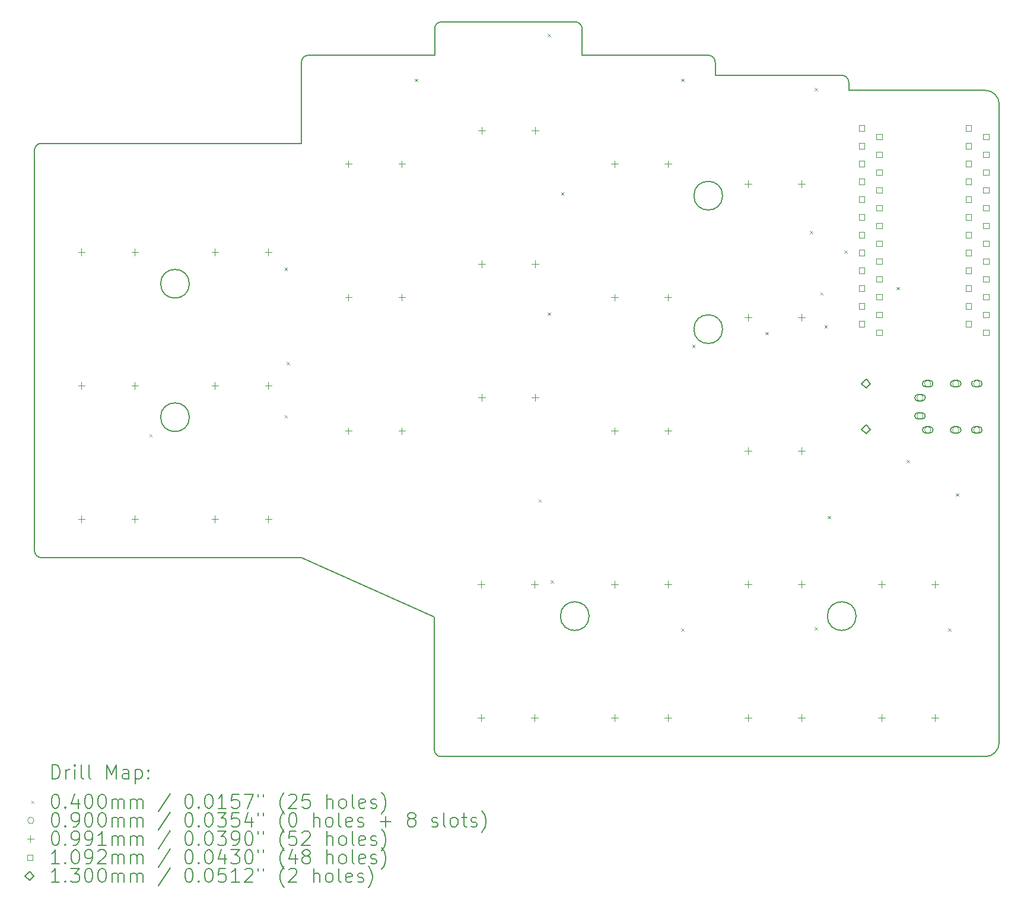
<source format=gbr>
%TF.GenerationSoftware,KiCad,Pcbnew,(6.0.8)*%
%TF.CreationDate,2022-10-22T23:06:45+01:00*%
%TF.ProjectId,board,626f6172-642e-46b6-9963-61645f706362,v1.0.0*%
%TF.SameCoordinates,Original*%
%TF.FileFunction,Drillmap*%
%TF.FilePolarity,Positive*%
%FSLAX45Y45*%
G04 Gerber Fmt 4.5, Leading zero omitted, Abs format (unit mm)*
G04 Created by KiCad (PCBNEW (6.0.8)) date 2022-10-22 23:06:45*
%MOMM*%
%LPD*%
G01*
G04 APERTURE LIST*
%ADD10C,0.150000*%
%ADD11C,0.200000*%
%ADD12C,0.040000*%
%ADD13C,0.090000*%
%ADD14C,0.099060*%
%ADD15C,0.109220*%
%ADD16C,0.130000*%
G04 APERTURE END LIST*
D10*
X952500Y-1052500D02*
X4662500Y-1052500D01*
X852500Y-952500D02*
X852500Y4762500D01*
X852500Y-952500D02*
G75*
G03*
X952500Y-1052500I100000J0D01*
G01*
X952500Y4862500D02*
X4662500Y4862500D01*
X952500Y4862500D02*
G75*
G03*
X852500Y4762500I0J-100000D01*
G01*
X6562500Y6119800D02*
X4762500Y6119800D01*
X4762500Y6119800D02*
G75*
G03*
X4662500Y6019800I0J-100000D01*
G01*
X4662500Y6019800D02*
X4662500Y4862500D01*
X8667500Y6119800D02*
X8667500Y6496050D01*
X8667500Y6496050D02*
G75*
G03*
X8567500Y6596050I-100000J0D01*
G01*
X8567500Y6596050D02*
X6662500Y6596050D01*
X6662500Y6596050D02*
G75*
G03*
X6562500Y6496050I0J-100000D01*
G01*
X6562500Y6496050D02*
X6562500Y6119800D01*
X10567500Y5834050D02*
X10567500Y6019800D01*
X10567500Y6019800D02*
G75*
G03*
X10467500Y6119800I-100000J0D01*
G01*
X10467500Y6119800D02*
X8667500Y6119800D01*
X12472500Y5619050D02*
X12472500Y5734050D01*
X12472500Y5734050D02*
G75*
G03*
X12372500Y5834050I-100000J0D01*
G01*
X12372500Y5834050D02*
X10567500Y5834050D01*
X6557500Y-3790950D02*
X6557500Y-1896838D01*
X6657500Y-3890950D02*
X14420000Y-3890950D01*
X6557500Y-3790950D02*
G75*
G03*
X6657500Y-3890950I100000J0D01*
G01*
X6557500Y-1896838D02*
X4662500Y-1052500D01*
X14420000Y-3890950D02*
G75*
G03*
X14620000Y-3690950I0J200000D01*
G01*
X14620000Y-3690950D02*
X14620000Y5419050D01*
X14620000Y5419050D02*
G75*
G03*
X14420000Y5619050I-200000J0D01*
G01*
X14420000Y5619050D02*
X12472500Y5619050D01*
X3062500Y2857500D02*
G75*
G03*
X3062500Y2857500I-205000J0D01*
G01*
X3062500Y952500D02*
G75*
G03*
X3062500Y952500I-205000J0D01*
G01*
X10672500Y4114800D02*
G75*
G03*
X10672500Y4114800I-205000J0D01*
G01*
X10672500Y2209800D02*
G75*
G03*
X10672500Y2209800I-205000J0D01*
G01*
X12577500Y-1885950D02*
G75*
G03*
X12577500Y-1885950I-205000J0D01*
G01*
X8767500Y-1885950D02*
G75*
G03*
X8767500Y-1885950I-205000J0D01*
G01*
D11*
D12*
X2490400Y713870D02*
X2530400Y673870D01*
X2530400Y713870D02*
X2490400Y673870D01*
X4421250Y3087270D02*
X4461250Y3047270D01*
X4461250Y3087270D02*
X4421250Y3047270D01*
X4421250Y983430D02*
X4461250Y943430D01*
X4461250Y983430D02*
X4421250Y943430D01*
X4453340Y1741750D02*
X4493340Y1701750D01*
X4493340Y1741750D02*
X4453340Y1701750D01*
X6279200Y5784050D02*
X6319200Y5744050D01*
X6319200Y5784050D02*
X6279200Y5744050D01*
X8045710Y-217970D02*
X8085710Y-257970D01*
X8085710Y-217970D02*
X8045710Y-257970D01*
X8179200Y6426000D02*
X8219200Y6386000D01*
X8219200Y6426000D02*
X8179200Y6386000D01*
X8179200Y2449350D02*
X8219200Y2409350D01*
X8219200Y2449350D02*
X8179200Y2409350D01*
X8216610Y-1373850D02*
X8256610Y-1413850D01*
X8256610Y-1373850D02*
X8216610Y-1413850D01*
X8367500Y4164380D02*
X8407500Y4124380D01*
X8407500Y4164380D02*
X8367500Y4124380D01*
X10079200Y5784050D02*
X10119200Y5744050D01*
X10119200Y5784050D02*
X10079200Y5744050D01*
X10079200Y-2060320D02*
X10119200Y-2100320D01*
X10119200Y-2060320D02*
X10079200Y-2100320D01*
X10237770Y1989070D02*
X10277770Y1949070D01*
X10277770Y1989070D02*
X10237770Y1949070D01*
X11283260Y2169060D02*
X11323260Y2129060D01*
X11323260Y2169060D02*
X11283260Y2129060D01*
X11920720Y3613980D02*
X11960720Y3573980D01*
X11960720Y3613980D02*
X11920720Y3573980D01*
X11984200Y5653230D02*
X12024200Y5613230D01*
X12024200Y5653230D02*
X11984200Y5613230D01*
X11984200Y-2043620D02*
X12024200Y-2083620D01*
X12024200Y-2043620D02*
X11984200Y-2083620D01*
X12067110Y2735580D02*
X12107110Y2695580D01*
X12107110Y2735580D02*
X12067110Y2695580D01*
X12126040Y2265820D02*
X12166040Y2225820D01*
X12166040Y2265820D02*
X12126040Y2225820D01*
X12174600Y-456520D02*
X12214600Y-496520D01*
X12214600Y-456520D02*
X12174600Y-496520D01*
X12411460Y3331820D02*
X12451460Y3291820D01*
X12451460Y3331820D02*
X12411460Y3291820D01*
X13156590Y2812550D02*
X13196590Y2772550D01*
X13196590Y2812550D02*
X13156590Y2772550D01*
X13298670Y346320D02*
X13338670Y306320D01*
X13338670Y346320D02*
X13298670Y306320D01*
X13889200Y-2060320D02*
X13929200Y-2100320D01*
X13929200Y-2060320D02*
X13889200Y-2100320D01*
X14002170Y-134950D02*
X14042170Y-174950D01*
X14042170Y-134950D02*
X14002170Y-174950D01*
D13*
X13535000Y1231550D02*
G75*
G03*
X13535000Y1231550I-45000J0D01*
G01*
D11*
X13520000Y1276550D02*
X13460000Y1276550D01*
X13520000Y1186550D02*
X13460000Y1186550D01*
X13460000Y1276550D02*
G75*
G03*
X13460000Y1186550I0J-45000D01*
G01*
X13520000Y1186550D02*
G75*
G03*
X13520000Y1276550I0J45000D01*
G01*
D13*
X13535000Y971550D02*
G75*
G03*
X13535000Y971550I-45000J0D01*
G01*
D11*
X13520000Y1016550D02*
X13460000Y1016550D01*
X13520000Y926550D02*
X13460000Y926550D01*
X13460000Y1016550D02*
G75*
G03*
X13460000Y926550I0J-45000D01*
G01*
X13520000Y926550D02*
G75*
G03*
X13520000Y1016550I0J45000D01*
G01*
D13*
X13645000Y1431550D02*
G75*
G03*
X13645000Y1431550I-45000J0D01*
G01*
D11*
X13630000Y1476550D02*
X13570000Y1476550D01*
X13630000Y1386550D02*
X13570000Y1386550D01*
X13570000Y1476550D02*
G75*
G03*
X13570000Y1386550I0J-45000D01*
G01*
X13630000Y1386550D02*
G75*
G03*
X13630000Y1476550I0J45000D01*
G01*
D13*
X13645000Y771550D02*
G75*
G03*
X13645000Y771550I-45000J0D01*
G01*
D11*
X13630000Y816550D02*
X13570000Y816550D01*
X13630000Y726550D02*
X13570000Y726550D01*
X13570000Y816550D02*
G75*
G03*
X13570000Y726550I0J-45000D01*
G01*
X13630000Y726550D02*
G75*
G03*
X13630000Y816550I0J45000D01*
G01*
D13*
X14045000Y1431550D02*
G75*
G03*
X14045000Y1431550I-45000J0D01*
G01*
D11*
X14030000Y1476550D02*
X13970000Y1476550D01*
X14030000Y1386550D02*
X13970000Y1386550D01*
X13970000Y1476550D02*
G75*
G03*
X13970000Y1386550I0J-45000D01*
G01*
X14030000Y1386550D02*
G75*
G03*
X14030000Y1476550I0J45000D01*
G01*
D13*
X14045000Y771550D02*
G75*
G03*
X14045000Y771550I-45000J0D01*
G01*
D11*
X14030000Y816550D02*
X13970000Y816550D01*
X14030000Y726550D02*
X13970000Y726550D01*
X13970000Y816550D02*
G75*
G03*
X13970000Y726550I0J-45000D01*
G01*
X14030000Y726550D02*
G75*
G03*
X14030000Y816550I0J45000D01*
G01*
D13*
X14345000Y1431550D02*
G75*
G03*
X14345000Y1431550I-45000J0D01*
G01*
D11*
X14330000Y1476550D02*
X14270000Y1476550D01*
X14330000Y1386550D02*
X14270000Y1386550D01*
X14270000Y1476550D02*
G75*
G03*
X14270000Y1386550I0J-45000D01*
G01*
X14330000Y1386550D02*
G75*
G03*
X14330000Y1476550I0J45000D01*
G01*
D13*
X14345000Y771550D02*
G75*
G03*
X14345000Y771550I-45000J0D01*
G01*
D11*
X14330000Y816550D02*
X14270000Y816550D01*
X14330000Y726550D02*
X14270000Y726550D01*
X14270000Y816550D02*
G75*
G03*
X14270000Y726550I0J-45000D01*
G01*
X14330000Y726550D02*
G75*
G03*
X14330000Y816550I0J45000D01*
G01*
D14*
X1524000Y3359530D02*
X1524000Y3260470D01*
X1474470Y3310000D02*
X1573530Y3310000D01*
X1524000Y1454530D02*
X1524000Y1355470D01*
X1474470Y1405000D02*
X1573530Y1405000D01*
X1524000Y-450470D02*
X1524000Y-549530D01*
X1474470Y-500000D02*
X1573530Y-500000D01*
X2286000Y3359530D02*
X2286000Y3260470D01*
X2236470Y3310000D02*
X2335530Y3310000D01*
X2286000Y1454530D02*
X2286000Y1355470D01*
X2236470Y1405000D02*
X2335530Y1405000D01*
X2286000Y-450470D02*
X2286000Y-549530D01*
X2236470Y-500000D02*
X2335530Y-500000D01*
X3429000Y3359530D02*
X3429000Y3260470D01*
X3379470Y3310000D02*
X3478530Y3310000D01*
X3429000Y1454530D02*
X3429000Y1355470D01*
X3379470Y1405000D02*
X3478530Y1405000D01*
X3429000Y-450470D02*
X3429000Y-549530D01*
X3379470Y-500000D02*
X3478530Y-500000D01*
X4191000Y3359530D02*
X4191000Y3260470D01*
X4141470Y3310000D02*
X4240530Y3310000D01*
X4191000Y1454530D02*
X4191000Y1355470D01*
X4141470Y1405000D02*
X4240530Y1405000D01*
X4191000Y-450470D02*
X4191000Y-549530D01*
X4141470Y-500000D02*
X4240530Y-500000D01*
X5334000Y4616830D02*
X5334000Y4517770D01*
X5284470Y4567300D02*
X5383530Y4567300D01*
X5334000Y2711830D02*
X5334000Y2612770D01*
X5284470Y2662300D02*
X5383530Y2662300D01*
X5334000Y806830D02*
X5334000Y707770D01*
X5284470Y757300D02*
X5383530Y757300D01*
X6096000Y4616830D02*
X6096000Y4517770D01*
X6046470Y4567300D02*
X6145530Y4567300D01*
X6096000Y2711830D02*
X6096000Y2612770D01*
X6046470Y2662300D02*
X6145530Y2662300D01*
X6096000Y806830D02*
X6096000Y707770D01*
X6046470Y757300D02*
X6145530Y757300D01*
X7229000Y-1383920D02*
X7229000Y-1482980D01*
X7179470Y-1433450D02*
X7278530Y-1433450D01*
X7229000Y-3288920D02*
X7229000Y-3387980D01*
X7179470Y-3338450D02*
X7278530Y-3338450D01*
X7234000Y5093080D02*
X7234000Y4994020D01*
X7184470Y5043550D02*
X7283530Y5043550D01*
X7234000Y3188080D02*
X7234000Y3089020D01*
X7184470Y3138550D02*
X7283530Y3138550D01*
X7234000Y1283080D02*
X7234000Y1184020D01*
X7184470Y1233550D02*
X7283530Y1233550D01*
X7991000Y-1383920D02*
X7991000Y-1482980D01*
X7941470Y-1433450D02*
X8040530Y-1433450D01*
X7991000Y-3288920D02*
X7991000Y-3387980D01*
X7941470Y-3338450D02*
X8040530Y-3338450D01*
X7996000Y5093080D02*
X7996000Y4994020D01*
X7946470Y5043550D02*
X8045530Y5043550D01*
X7996000Y3188080D02*
X7996000Y3089020D01*
X7946470Y3138550D02*
X8045530Y3138550D01*
X7996000Y1283080D02*
X7996000Y1184020D01*
X7946470Y1233550D02*
X8045530Y1233550D01*
X9134000Y4616830D02*
X9134000Y4517770D01*
X9084470Y4567300D02*
X9183530Y4567300D01*
X9134000Y2711830D02*
X9134000Y2612770D01*
X9084470Y2662300D02*
X9183530Y2662300D01*
X9134000Y806830D02*
X9134000Y707770D01*
X9084470Y757300D02*
X9183530Y757300D01*
X9134000Y-1383920D02*
X9134000Y-1482980D01*
X9084470Y-1433450D02*
X9183530Y-1433450D01*
X9134000Y-3288920D02*
X9134000Y-3387980D01*
X9084470Y-3338450D02*
X9183530Y-3338450D01*
X9896000Y4616830D02*
X9896000Y4517770D01*
X9846470Y4567300D02*
X9945530Y4567300D01*
X9896000Y2711830D02*
X9896000Y2612770D01*
X9846470Y2662300D02*
X9945530Y2662300D01*
X9896000Y806830D02*
X9896000Y707770D01*
X9846470Y757300D02*
X9945530Y757300D01*
X9896000Y-1383920D02*
X9896000Y-1482980D01*
X9846470Y-1433450D02*
X9945530Y-1433450D01*
X9896000Y-3288920D02*
X9896000Y-3387980D01*
X9846470Y-3338450D02*
X9945530Y-3338450D01*
X11039000Y4331080D02*
X11039000Y4232020D01*
X10989470Y4281550D02*
X11088530Y4281550D01*
X11039000Y2426080D02*
X11039000Y2327020D01*
X10989470Y2376550D02*
X11088530Y2376550D01*
X11039000Y521080D02*
X11039000Y422020D01*
X10989470Y471550D02*
X11088530Y471550D01*
X11039000Y-1383920D02*
X11039000Y-1482980D01*
X10989470Y-1433450D02*
X11088530Y-1433450D01*
X11039000Y-3288920D02*
X11039000Y-3387980D01*
X10989470Y-3338450D02*
X11088530Y-3338450D01*
X11801000Y4331080D02*
X11801000Y4232020D01*
X11751470Y4281550D02*
X11850530Y4281550D01*
X11801000Y2426080D02*
X11801000Y2327020D01*
X11751470Y2376550D02*
X11850530Y2376550D01*
X11801000Y521080D02*
X11801000Y422020D01*
X11751470Y471550D02*
X11850530Y471550D01*
X11801000Y-1383920D02*
X11801000Y-1482980D01*
X11751470Y-1433450D02*
X11850530Y-1433450D01*
X11801000Y-3288920D02*
X11801000Y-3387980D01*
X11751470Y-3338450D02*
X11850530Y-3338450D01*
X12944000Y-1383920D02*
X12944000Y-1482980D01*
X12894470Y-1433450D02*
X12993530Y-1433450D01*
X12944000Y-3288920D02*
X12944000Y-3387980D01*
X12894470Y-3338450D02*
X12993530Y-3338450D01*
X13706000Y-1383920D02*
X13706000Y-1482980D01*
X13656470Y-1433450D02*
X13755530Y-1433450D01*
X13706000Y-3288920D02*
X13706000Y-3387980D01*
X13656470Y-3338450D02*
X13755530Y-3338450D01*
D15*
X12696615Y5039935D02*
X12696615Y5117166D01*
X12619384Y5117166D01*
X12619384Y5039935D01*
X12696615Y5039935D01*
X12696615Y4785935D02*
X12696615Y4863166D01*
X12619384Y4863166D01*
X12619384Y4785935D01*
X12696615Y4785935D01*
X12696615Y4531935D02*
X12696615Y4609166D01*
X12619384Y4609166D01*
X12619384Y4531935D01*
X12696615Y4531935D01*
X12696615Y4277935D02*
X12696615Y4355166D01*
X12619384Y4355166D01*
X12619384Y4277935D01*
X12696615Y4277935D01*
X12696615Y4023934D02*
X12696615Y4101165D01*
X12619384Y4101165D01*
X12619384Y4023934D01*
X12696615Y4023934D01*
X12696615Y3769934D02*
X12696615Y3847165D01*
X12619384Y3847165D01*
X12619384Y3769934D01*
X12696615Y3769934D01*
X12696615Y3515934D02*
X12696615Y3593165D01*
X12619384Y3593165D01*
X12619384Y3515934D01*
X12696615Y3515934D01*
X12696615Y3261934D02*
X12696615Y3339165D01*
X12619384Y3339165D01*
X12619384Y3261934D01*
X12696615Y3261934D01*
X12696615Y3007934D02*
X12696615Y3085165D01*
X12619384Y3085165D01*
X12619384Y3007934D01*
X12696615Y3007934D01*
X12696615Y2753935D02*
X12696615Y2831165D01*
X12619384Y2831165D01*
X12619384Y2753935D01*
X12696615Y2753935D01*
X12696615Y2499935D02*
X12696615Y2577166D01*
X12619384Y2577166D01*
X12619384Y2499935D01*
X12696615Y2499935D01*
X12696615Y2245935D02*
X12696615Y2323166D01*
X12619384Y2323166D01*
X12619384Y2245935D01*
X12696615Y2245935D01*
X12946615Y4914935D02*
X12946615Y4992166D01*
X12869384Y4992166D01*
X12869384Y4914935D01*
X12946615Y4914935D01*
X12946615Y4660935D02*
X12946615Y4738166D01*
X12869384Y4738166D01*
X12869384Y4660935D01*
X12946615Y4660935D01*
X12946615Y4406935D02*
X12946615Y4484166D01*
X12869384Y4484166D01*
X12869384Y4406935D01*
X12946615Y4406935D01*
X12946615Y4152934D02*
X12946615Y4230166D01*
X12869384Y4230166D01*
X12869384Y4152934D01*
X12946615Y4152934D01*
X12946615Y3898934D02*
X12946615Y3976165D01*
X12869384Y3976165D01*
X12869384Y3898934D01*
X12946615Y3898934D01*
X12946615Y3644934D02*
X12946615Y3722165D01*
X12869384Y3722165D01*
X12869384Y3644934D01*
X12946615Y3644934D01*
X12946615Y3390934D02*
X12946615Y3468165D01*
X12869384Y3468165D01*
X12869384Y3390934D01*
X12946615Y3390934D01*
X12946615Y3136934D02*
X12946615Y3214165D01*
X12869384Y3214165D01*
X12869384Y3136934D01*
X12946615Y3136934D01*
X12946615Y2882934D02*
X12946615Y2960165D01*
X12869384Y2960165D01*
X12869384Y2882934D01*
X12946615Y2882934D01*
X12946615Y2628935D02*
X12946615Y2706166D01*
X12869384Y2706166D01*
X12869384Y2628935D01*
X12946615Y2628935D01*
X12946615Y2374935D02*
X12946615Y2452166D01*
X12869384Y2452166D01*
X12869384Y2374935D01*
X12946615Y2374935D01*
X12946615Y2120935D02*
X12946615Y2198166D01*
X12869384Y2198166D01*
X12869384Y2120935D01*
X12946615Y2120935D01*
X14220615Y5039935D02*
X14220615Y5117166D01*
X14143384Y5117166D01*
X14143384Y5039935D01*
X14220615Y5039935D01*
X14220615Y4785935D02*
X14220615Y4863166D01*
X14143384Y4863166D01*
X14143384Y4785935D01*
X14220615Y4785935D01*
X14220615Y4531935D02*
X14220615Y4609166D01*
X14143384Y4609166D01*
X14143384Y4531935D01*
X14220615Y4531935D01*
X14220615Y4277935D02*
X14220615Y4355166D01*
X14143384Y4355166D01*
X14143384Y4277935D01*
X14220615Y4277935D01*
X14220615Y4023934D02*
X14220615Y4101165D01*
X14143384Y4101165D01*
X14143384Y4023934D01*
X14220615Y4023934D01*
X14220615Y3769934D02*
X14220615Y3847165D01*
X14143384Y3847165D01*
X14143384Y3769934D01*
X14220615Y3769934D01*
X14220615Y3515934D02*
X14220615Y3593165D01*
X14143384Y3593165D01*
X14143384Y3515934D01*
X14220615Y3515934D01*
X14220615Y3261934D02*
X14220615Y3339165D01*
X14143384Y3339165D01*
X14143384Y3261934D01*
X14220615Y3261934D01*
X14220615Y3007934D02*
X14220615Y3085165D01*
X14143384Y3085165D01*
X14143384Y3007934D01*
X14220615Y3007934D01*
X14220615Y2753935D02*
X14220615Y2831165D01*
X14143384Y2831165D01*
X14143384Y2753935D01*
X14220615Y2753935D01*
X14220615Y2499935D02*
X14220615Y2577166D01*
X14143384Y2577166D01*
X14143384Y2499935D01*
X14220615Y2499935D01*
X14220615Y2245935D02*
X14220615Y2323166D01*
X14143384Y2323166D01*
X14143384Y2245935D01*
X14220615Y2245935D01*
X14470615Y4914935D02*
X14470615Y4992166D01*
X14393384Y4992166D01*
X14393384Y4914935D01*
X14470615Y4914935D01*
X14470615Y4660935D02*
X14470615Y4738166D01*
X14393384Y4738166D01*
X14393384Y4660935D01*
X14470615Y4660935D01*
X14470615Y4406935D02*
X14470615Y4484166D01*
X14393384Y4484166D01*
X14393384Y4406935D01*
X14470615Y4406935D01*
X14470615Y4152934D02*
X14470615Y4230166D01*
X14393384Y4230166D01*
X14393384Y4152934D01*
X14470615Y4152934D01*
X14470615Y3898934D02*
X14470615Y3976165D01*
X14393384Y3976165D01*
X14393384Y3898934D01*
X14470615Y3898934D01*
X14470615Y3644934D02*
X14470615Y3722165D01*
X14393384Y3722165D01*
X14393384Y3644934D01*
X14470615Y3644934D01*
X14470615Y3390934D02*
X14470615Y3468165D01*
X14393384Y3468165D01*
X14393384Y3390934D01*
X14470615Y3390934D01*
X14470615Y3136934D02*
X14470615Y3214165D01*
X14393384Y3214165D01*
X14393384Y3136934D01*
X14470615Y3136934D01*
X14470615Y2882934D02*
X14470615Y2960165D01*
X14393384Y2960165D01*
X14393384Y2882934D01*
X14470615Y2882934D01*
X14470615Y2628935D02*
X14470615Y2706166D01*
X14393384Y2706166D01*
X14393384Y2628935D01*
X14470615Y2628935D01*
X14470615Y2374935D02*
X14470615Y2452166D01*
X14393384Y2452166D01*
X14393384Y2374935D01*
X14470615Y2374935D01*
X14470615Y2120935D02*
X14470615Y2198166D01*
X14393384Y2198166D01*
X14393384Y2120935D01*
X14470615Y2120935D01*
D16*
X12720000Y1366550D02*
X12785000Y1431550D01*
X12720000Y1496550D01*
X12655000Y1431550D01*
X12720000Y1366550D01*
X12720000Y716550D02*
X12785000Y781550D01*
X12720000Y846550D01*
X12655000Y781550D01*
X12720000Y716550D01*
D11*
X1102619Y-4208926D02*
X1102619Y-4008926D01*
X1150238Y-4008926D01*
X1178810Y-4018450D01*
X1197857Y-4037498D01*
X1207381Y-4056545D01*
X1216905Y-4094640D01*
X1216905Y-4123212D01*
X1207381Y-4161307D01*
X1197857Y-4180355D01*
X1178810Y-4199402D01*
X1150238Y-4208926D01*
X1102619Y-4208926D01*
X1302619Y-4208926D02*
X1302619Y-4075593D01*
X1302619Y-4113688D02*
X1312143Y-4094640D01*
X1321667Y-4085117D01*
X1340714Y-4075593D01*
X1359762Y-4075593D01*
X1426428Y-4208926D02*
X1426428Y-4075593D01*
X1426428Y-4008926D02*
X1416905Y-4018450D01*
X1426428Y-4027974D01*
X1435952Y-4018450D01*
X1426428Y-4008926D01*
X1426428Y-4027974D01*
X1550238Y-4208926D02*
X1531190Y-4199402D01*
X1521667Y-4180355D01*
X1521667Y-4008926D01*
X1655000Y-4208926D02*
X1635952Y-4199402D01*
X1626428Y-4180355D01*
X1626428Y-4008926D01*
X1883571Y-4208926D02*
X1883571Y-4008926D01*
X1950238Y-4151783D01*
X2016905Y-4008926D01*
X2016905Y-4208926D01*
X2197857Y-4208926D02*
X2197857Y-4104164D01*
X2188333Y-4085117D01*
X2169286Y-4075593D01*
X2131190Y-4075593D01*
X2112143Y-4085117D01*
X2197857Y-4199402D02*
X2178810Y-4208926D01*
X2131190Y-4208926D01*
X2112143Y-4199402D01*
X2102619Y-4180355D01*
X2102619Y-4161307D01*
X2112143Y-4142259D01*
X2131190Y-4132736D01*
X2178810Y-4132736D01*
X2197857Y-4123212D01*
X2293095Y-4075593D02*
X2293095Y-4275593D01*
X2293095Y-4085117D02*
X2312143Y-4075593D01*
X2350238Y-4075593D01*
X2369286Y-4085117D01*
X2378810Y-4094640D01*
X2388333Y-4113688D01*
X2388333Y-4170831D01*
X2378810Y-4189878D01*
X2369286Y-4199402D01*
X2350238Y-4208926D01*
X2312143Y-4208926D01*
X2293095Y-4199402D01*
X2474048Y-4189878D02*
X2483571Y-4199402D01*
X2474048Y-4208926D01*
X2464524Y-4199402D01*
X2474048Y-4189878D01*
X2474048Y-4208926D01*
X2474048Y-4085117D02*
X2483571Y-4094640D01*
X2474048Y-4104164D01*
X2464524Y-4094640D01*
X2474048Y-4085117D01*
X2474048Y-4104164D01*
D12*
X805000Y-4518450D02*
X845000Y-4558450D01*
X845000Y-4518450D02*
X805000Y-4558450D01*
D11*
X1140714Y-4428926D02*
X1159762Y-4428926D01*
X1178810Y-4438450D01*
X1188333Y-4447974D01*
X1197857Y-4467021D01*
X1207381Y-4505117D01*
X1207381Y-4552736D01*
X1197857Y-4590831D01*
X1188333Y-4609879D01*
X1178810Y-4619402D01*
X1159762Y-4628926D01*
X1140714Y-4628926D01*
X1121667Y-4619402D01*
X1112143Y-4609879D01*
X1102619Y-4590831D01*
X1093095Y-4552736D01*
X1093095Y-4505117D01*
X1102619Y-4467021D01*
X1112143Y-4447974D01*
X1121667Y-4438450D01*
X1140714Y-4428926D01*
X1293095Y-4609879D02*
X1302619Y-4619402D01*
X1293095Y-4628926D01*
X1283571Y-4619402D01*
X1293095Y-4609879D01*
X1293095Y-4628926D01*
X1474048Y-4495593D02*
X1474048Y-4628926D01*
X1426428Y-4419402D02*
X1378810Y-4562260D01*
X1502619Y-4562260D01*
X1616905Y-4428926D02*
X1635952Y-4428926D01*
X1655000Y-4438450D01*
X1664524Y-4447974D01*
X1674048Y-4467021D01*
X1683571Y-4505117D01*
X1683571Y-4552736D01*
X1674048Y-4590831D01*
X1664524Y-4609879D01*
X1655000Y-4619402D01*
X1635952Y-4628926D01*
X1616905Y-4628926D01*
X1597857Y-4619402D01*
X1588333Y-4609879D01*
X1578809Y-4590831D01*
X1569286Y-4552736D01*
X1569286Y-4505117D01*
X1578809Y-4467021D01*
X1588333Y-4447974D01*
X1597857Y-4438450D01*
X1616905Y-4428926D01*
X1807381Y-4428926D02*
X1826428Y-4428926D01*
X1845476Y-4438450D01*
X1855000Y-4447974D01*
X1864524Y-4467021D01*
X1874048Y-4505117D01*
X1874048Y-4552736D01*
X1864524Y-4590831D01*
X1855000Y-4609879D01*
X1845476Y-4619402D01*
X1826428Y-4628926D01*
X1807381Y-4628926D01*
X1788333Y-4619402D01*
X1778809Y-4609879D01*
X1769286Y-4590831D01*
X1759762Y-4552736D01*
X1759762Y-4505117D01*
X1769286Y-4467021D01*
X1778809Y-4447974D01*
X1788333Y-4438450D01*
X1807381Y-4428926D01*
X1959762Y-4628926D02*
X1959762Y-4495593D01*
X1959762Y-4514640D02*
X1969286Y-4505117D01*
X1988333Y-4495593D01*
X2016905Y-4495593D01*
X2035952Y-4505117D01*
X2045476Y-4524164D01*
X2045476Y-4628926D01*
X2045476Y-4524164D02*
X2055000Y-4505117D01*
X2074048Y-4495593D01*
X2102619Y-4495593D01*
X2121667Y-4505117D01*
X2131190Y-4524164D01*
X2131190Y-4628926D01*
X2226429Y-4628926D02*
X2226429Y-4495593D01*
X2226429Y-4514640D02*
X2235952Y-4505117D01*
X2255000Y-4495593D01*
X2283571Y-4495593D01*
X2302619Y-4505117D01*
X2312143Y-4524164D01*
X2312143Y-4628926D01*
X2312143Y-4524164D02*
X2321667Y-4505117D01*
X2340714Y-4495593D01*
X2369286Y-4495593D01*
X2388333Y-4505117D01*
X2397857Y-4524164D01*
X2397857Y-4628926D01*
X2788333Y-4419402D02*
X2616905Y-4676545D01*
X3045476Y-4428926D02*
X3064524Y-4428926D01*
X3083571Y-4438450D01*
X3093095Y-4447974D01*
X3102619Y-4467021D01*
X3112143Y-4505117D01*
X3112143Y-4552736D01*
X3102619Y-4590831D01*
X3093095Y-4609879D01*
X3083571Y-4619402D01*
X3064524Y-4628926D01*
X3045476Y-4628926D01*
X3026428Y-4619402D01*
X3016905Y-4609879D01*
X3007381Y-4590831D01*
X2997857Y-4552736D01*
X2997857Y-4505117D01*
X3007381Y-4467021D01*
X3016905Y-4447974D01*
X3026428Y-4438450D01*
X3045476Y-4428926D01*
X3197857Y-4609879D02*
X3207381Y-4619402D01*
X3197857Y-4628926D01*
X3188333Y-4619402D01*
X3197857Y-4609879D01*
X3197857Y-4628926D01*
X3331190Y-4428926D02*
X3350238Y-4428926D01*
X3369286Y-4438450D01*
X3378809Y-4447974D01*
X3388333Y-4467021D01*
X3397857Y-4505117D01*
X3397857Y-4552736D01*
X3388333Y-4590831D01*
X3378809Y-4609879D01*
X3369286Y-4619402D01*
X3350238Y-4628926D01*
X3331190Y-4628926D01*
X3312143Y-4619402D01*
X3302619Y-4609879D01*
X3293095Y-4590831D01*
X3283571Y-4552736D01*
X3283571Y-4505117D01*
X3293095Y-4467021D01*
X3302619Y-4447974D01*
X3312143Y-4438450D01*
X3331190Y-4428926D01*
X3588333Y-4628926D02*
X3474048Y-4628926D01*
X3531190Y-4628926D02*
X3531190Y-4428926D01*
X3512143Y-4457498D01*
X3493095Y-4476545D01*
X3474048Y-4486069D01*
X3769286Y-4428926D02*
X3674048Y-4428926D01*
X3664524Y-4524164D01*
X3674048Y-4514640D01*
X3693095Y-4505117D01*
X3740714Y-4505117D01*
X3759762Y-4514640D01*
X3769286Y-4524164D01*
X3778809Y-4543212D01*
X3778809Y-4590831D01*
X3769286Y-4609879D01*
X3759762Y-4619402D01*
X3740714Y-4628926D01*
X3693095Y-4628926D01*
X3674048Y-4619402D01*
X3664524Y-4609879D01*
X3845476Y-4428926D02*
X3978809Y-4428926D01*
X3893095Y-4628926D01*
X4045476Y-4428926D02*
X4045476Y-4467021D01*
X4121667Y-4428926D02*
X4121667Y-4467021D01*
X4416905Y-4705117D02*
X4407381Y-4695593D01*
X4388333Y-4667021D01*
X4378810Y-4647974D01*
X4369286Y-4619402D01*
X4359762Y-4571783D01*
X4359762Y-4533688D01*
X4369286Y-4486069D01*
X4378810Y-4457498D01*
X4388333Y-4438450D01*
X4407381Y-4409879D01*
X4416905Y-4400355D01*
X4483571Y-4447974D02*
X4493095Y-4438450D01*
X4512143Y-4428926D01*
X4559762Y-4428926D01*
X4578810Y-4438450D01*
X4588333Y-4447974D01*
X4597857Y-4467021D01*
X4597857Y-4486069D01*
X4588333Y-4514640D01*
X4474048Y-4628926D01*
X4597857Y-4628926D01*
X4778810Y-4428926D02*
X4683571Y-4428926D01*
X4674048Y-4524164D01*
X4683571Y-4514640D01*
X4702619Y-4505117D01*
X4750238Y-4505117D01*
X4769286Y-4514640D01*
X4778810Y-4524164D01*
X4788333Y-4543212D01*
X4788333Y-4590831D01*
X4778810Y-4609879D01*
X4769286Y-4619402D01*
X4750238Y-4628926D01*
X4702619Y-4628926D01*
X4683571Y-4619402D01*
X4674048Y-4609879D01*
X5026429Y-4628926D02*
X5026429Y-4428926D01*
X5112143Y-4628926D02*
X5112143Y-4524164D01*
X5102619Y-4505117D01*
X5083571Y-4495593D01*
X5055000Y-4495593D01*
X5035952Y-4505117D01*
X5026429Y-4514640D01*
X5235952Y-4628926D02*
X5216905Y-4619402D01*
X5207381Y-4609879D01*
X5197857Y-4590831D01*
X5197857Y-4533688D01*
X5207381Y-4514640D01*
X5216905Y-4505117D01*
X5235952Y-4495593D01*
X5264524Y-4495593D01*
X5283571Y-4505117D01*
X5293095Y-4514640D01*
X5302619Y-4533688D01*
X5302619Y-4590831D01*
X5293095Y-4609879D01*
X5283571Y-4619402D01*
X5264524Y-4628926D01*
X5235952Y-4628926D01*
X5416905Y-4628926D02*
X5397857Y-4619402D01*
X5388333Y-4600355D01*
X5388333Y-4428926D01*
X5569286Y-4619402D02*
X5550238Y-4628926D01*
X5512143Y-4628926D01*
X5493095Y-4619402D01*
X5483571Y-4600355D01*
X5483571Y-4524164D01*
X5493095Y-4505117D01*
X5512143Y-4495593D01*
X5550238Y-4495593D01*
X5569286Y-4505117D01*
X5578810Y-4524164D01*
X5578810Y-4543212D01*
X5483571Y-4562260D01*
X5655000Y-4619402D02*
X5674048Y-4628926D01*
X5712143Y-4628926D01*
X5731190Y-4619402D01*
X5740714Y-4600355D01*
X5740714Y-4590831D01*
X5731190Y-4571783D01*
X5712143Y-4562260D01*
X5683571Y-4562260D01*
X5664524Y-4552736D01*
X5655000Y-4533688D01*
X5655000Y-4524164D01*
X5664524Y-4505117D01*
X5683571Y-4495593D01*
X5712143Y-4495593D01*
X5731190Y-4505117D01*
X5807381Y-4705117D02*
X5816905Y-4695593D01*
X5835952Y-4667021D01*
X5845476Y-4647974D01*
X5855000Y-4619402D01*
X5864524Y-4571783D01*
X5864524Y-4533688D01*
X5855000Y-4486069D01*
X5845476Y-4457498D01*
X5835952Y-4438450D01*
X5816905Y-4409879D01*
X5807381Y-4400355D01*
D13*
X845000Y-4802450D02*
G75*
G03*
X845000Y-4802450I-45000J0D01*
G01*
D11*
X1140714Y-4692926D02*
X1159762Y-4692926D01*
X1178810Y-4702450D01*
X1188333Y-4711974D01*
X1197857Y-4731021D01*
X1207381Y-4769117D01*
X1207381Y-4816736D01*
X1197857Y-4854831D01*
X1188333Y-4873879D01*
X1178810Y-4883402D01*
X1159762Y-4892926D01*
X1140714Y-4892926D01*
X1121667Y-4883402D01*
X1112143Y-4873879D01*
X1102619Y-4854831D01*
X1093095Y-4816736D01*
X1093095Y-4769117D01*
X1102619Y-4731021D01*
X1112143Y-4711974D01*
X1121667Y-4702450D01*
X1140714Y-4692926D01*
X1293095Y-4873879D02*
X1302619Y-4883402D01*
X1293095Y-4892926D01*
X1283571Y-4883402D01*
X1293095Y-4873879D01*
X1293095Y-4892926D01*
X1397857Y-4892926D02*
X1435952Y-4892926D01*
X1455000Y-4883402D01*
X1464524Y-4873879D01*
X1483571Y-4845307D01*
X1493095Y-4807212D01*
X1493095Y-4731021D01*
X1483571Y-4711974D01*
X1474048Y-4702450D01*
X1455000Y-4692926D01*
X1416905Y-4692926D01*
X1397857Y-4702450D01*
X1388333Y-4711974D01*
X1378810Y-4731021D01*
X1378810Y-4778640D01*
X1388333Y-4797688D01*
X1397857Y-4807212D01*
X1416905Y-4816736D01*
X1455000Y-4816736D01*
X1474048Y-4807212D01*
X1483571Y-4797688D01*
X1493095Y-4778640D01*
X1616905Y-4692926D02*
X1635952Y-4692926D01*
X1655000Y-4702450D01*
X1664524Y-4711974D01*
X1674048Y-4731021D01*
X1683571Y-4769117D01*
X1683571Y-4816736D01*
X1674048Y-4854831D01*
X1664524Y-4873879D01*
X1655000Y-4883402D01*
X1635952Y-4892926D01*
X1616905Y-4892926D01*
X1597857Y-4883402D01*
X1588333Y-4873879D01*
X1578809Y-4854831D01*
X1569286Y-4816736D01*
X1569286Y-4769117D01*
X1578809Y-4731021D01*
X1588333Y-4711974D01*
X1597857Y-4702450D01*
X1616905Y-4692926D01*
X1807381Y-4692926D02*
X1826428Y-4692926D01*
X1845476Y-4702450D01*
X1855000Y-4711974D01*
X1864524Y-4731021D01*
X1874048Y-4769117D01*
X1874048Y-4816736D01*
X1864524Y-4854831D01*
X1855000Y-4873879D01*
X1845476Y-4883402D01*
X1826428Y-4892926D01*
X1807381Y-4892926D01*
X1788333Y-4883402D01*
X1778809Y-4873879D01*
X1769286Y-4854831D01*
X1759762Y-4816736D01*
X1759762Y-4769117D01*
X1769286Y-4731021D01*
X1778809Y-4711974D01*
X1788333Y-4702450D01*
X1807381Y-4692926D01*
X1959762Y-4892926D02*
X1959762Y-4759593D01*
X1959762Y-4778640D02*
X1969286Y-4769117D01*
X1988333Y-4759593D01*
X2016905Y-4759593D01*
X2035952Y-4769117D01*
X2045476Y-4788164D01*
X2045476Y-4892926D01*
X2045476Y-4788164D02*
X2055000Y-4769117D01*
X2074048Y-4759593D01*
X2102619Y-4759593D01*
X2121667Y-4769117D01*
X2131190Y-4788164D01*
X2131190Y-4892926D01*
X2226429Y-4892926D02*
X2226429Y-4759593D01*
X2226429Y-4778640D02*
X2235952Y-4769117D01*
X2255000Y-4759593D01*
X2283571Y-4759593D01*
X2302619Y-4769117D01*
X2312143Y-4788164D01*
X2312143Y-4892926D01*
X2312143Y-4788164D02*
X2321667Y-4769117D01*
X2340714Y-4759593D01*
X2369286Y-4759593D01*
X2388333Y-4769117D01*
X2397857Y-4788164D01*
X2397857Y-4892926D01*
X2788333Y-4683402D02*
X2616905Y-4940545D01*
X3045476Y-4692926D02*
X3064524Y-4692926D01*
X3083571Y-4702450D01*
X3093095Y-4711974D01*
X3102619Y-4731021D01*
X3112143Y-4769117D01*
X3112143Y-4816736D01*
X3102619Y-4854831D01*
X3093095Y-4873879D01*
X3083571Y-4883402D01*
X3064524Y-4892926D01*
X3045476Y-4892926D01*
X3026428Y-4883402D01*
X3016905Y-4873879D01*
X3007381Y-4854831D01*
X2997857Y-4816736D01*
X2997857Y-4769117D01*
X3007381Y-4731021D01*
X3016905Y-4711974D01*
X3026428Y-4702450D01*
X3045476Y-4692926D01*
X3197857Y-4873879D02*
X3207381Y-4883402D01*
X3197857Y-4892926D01*
X3188333Y-4883402D01*
X3197857Y-4873879D01*
X3197857Y-4892926D01*
X3331190Y-4692926D02*
X3350238Y-4692926D01*
X3369286Y-4702450D01*
X3378809Y-4711974D01*
X3388333Y-4731021D01*
X3397857Y-4769117D01*
X3397857Y-4816736D01*
X3388333Y-4854831D01*
X3378809Y-4873879D01*
X3369286Y-4883402D01*
X3350238Y-4892926D01*
X3331190Y-4892926D01*
X3312143Y-4883402D01*
X3302619Y-4873879D01*
X3293095Y-4854831D01*
X3283571Y-4816736D01*
X3283571Y-4769117D01*
X3293095Y-4731021D01*
X3302619Y-4711974D01*
X3312143Y-4702450D01*
X3331190Y-4692926D01*
X3464524Y-4692926D02*
X3588333Y-4692926D01*
X3521667Y-4769117D01*
X3550238Y-4769117D01*
X3569286Y-4778640D01*
X3578809Y-4788164D01*
X3588333Y-4807212D01*
X3588333Y-4854831D01*
X3578809Y-4873879D01*
X3569286Y-4883402D01*
X3550238Y-4892926D01*
X3493095Y-4892926D01*
X3474048Y-4883402D01*
X3464524Y-4873879D01*
X3769286Y-4692926D02*
X3674048Y-4692926D01*
X3664524Y-4788164D01*
X3674048Y-4778640D01*
X3693095Y-4769117D01*
X3740714Y-4769117D01*
X3759762Y-4778640D01*
X3769286Y-4788164D01*
X3778809Y-4807212D01*
X3778809Y-4854831D01*
X3769286Y-4873879D01*
X3759762Y-4883402D01*
X3740714Y-4892926D01*
X3693095Y-4892926D01*
X3674048Y-4883402D01*
X3664524Y-4873879D01*
X3950238Y-4759593D02*
X3950238Y-4892926D01*
X3902619Y-4683402D02*
X3855000Y-4826260D01*
X3978809Y-4826260D01*
X4045476Y-4692926D02*
X4045476Y-4731021D01*
X4121667Y-4692926D02*
X4121667Y-4731021D01*
X4416905Y-4969117D02*
X4407381Y-4959593D01*
X4388333Y-4931021D01*
X4378810Y-4911974D01*
X4369286Y-4883402D01*
X4359762Y-4835783D01*
X4359762Y-4797688D01*
X4369286Y-4750069D01*
X4378810Y-4721498D01*
X4388333Y-4702450D01*
X4407381Y-4673879D01*
X4416905Y-4664355D01*
X4531190Y-4692926D02*
X4550238Y-4692926D01*
X4569286Y-4702450D01*
X4578810Y-4711974D01*
X4588333Y-4731021D01*
X4597857Y-4769117D01*
X4597857Y-4816736D01*
X4588333Y-4854831D01*
X4578810Y-4873879D01*
X4569286Y-4883402D01*
X4550238Y-4892926D01*
X4531190Y-4892926D01*
X4512143Y-4883402D01*
X4502619Y-4873879D01*
X4493095Y-4854831D01*
X4483571Y-4816736D01*
X4483571Y-4769117D01*
X4493095Y-4731021D01*
X4502619Y-4711974D01*
X4512143Y-4702450D01*
X4531190Y-4692926D01*
X4835952Y-4892926D02*
X4835952Y-4692926D01*
X4921667Y-4892926D02*
X4921667Y-4788164D01*
X4912143Y-4769117D01*
X4893095Y-4759593D01*
X4864524Y-4759593D01*
X4845476Y-4769117D01*
X4835952Y-4778640D01*
X5045476Y-4892926D02*
X5026429Y-4883402D01*
X5016905Y-4873879D01*
X5007381Y-4854831D01*
X5007381Y-4797688D01*
X5016905Y-4778640D01*
X5026429Y-4769117D01*
X5045476Y-4759593D01*
X5074048Y-4759593D01*
X5093095Y-4769117D01*
X5102619Y-4778640D01*
X5112143Y-4797688D01*
X5112143Y-4854831D01*
X5102619Y-4873879D01*
X5093095Y-4883402D01*
X5074048Y-4892926D01*
X5045476Y-4892926D01*
X5226429Y-4892926D02*
X5207381Y-4883402D01*
X5197857Y-4864355D01*
X5197857Y-4692926D01*
X5378810Y-4883402D02*
X5359762Y-4892926D01*
X5321667Y-4892926D01*
X5302619Y-4883402D01*
X5293095Y-4864355D01*
X5293095Y-4788164D01*
X5302619Y-4769117D01*
X5321667Y-4759593D01*
X5359762Y-4759593D01*
X5378810Y-4769117D01*
X5388333Y-4788164D01*
X5388333Y-4807212D01*
X5293095Y-4826260D01*
X5464524Y-4883402D02*
X5483571Y-4892926D01*
X5521667Y-4892926D01*
X5540714Y-4883402D01*
X5550238Y-4864355D01*
X5550238Y-4854831D01*
X5540714Y-4835783D01*
X5521667Y-4826260D01*
X5493095Y-4826260D01*
X5474048Y-4816736D01*
X5464524Y-4797688D01*
X5464524Y-4788164D01*
X5474048Y-4769117D01*
X5493095Y-4759593D01*
X5521667Y-4759593D01*
X5540714Y-4769117D01*
X5788333Y-4816736D02*
X5940714Y-4816736D01*
X5864524Y-4892926D02*
X5864524Y-4740545D01*
X6216905Y-4778640D02*
X6197857Y-4769117D01*
X6188333Y-4759593D01*
X6178809Y-4740545D01*
X6178809Y-4731021D01*
X6188333Y-4711974D01*
X6197857Y-4702450D01*
X6216905Y-4692926D01*
X6255000Y-4692926D01*
X6274048Y-4702450D01*
X6283571Y-4711974D01*
X6293095Y-4731021D01*
X6293095Y-4740545D01*
X6283571Y-4759593D01*
X6274048Y-4769117D01*
X6255000Y-4778640D01*
X6216905Y-4778640D01*
X6197857Y-4788164D01*
X6188333Y-4797688D01*
X6178809Y-4816736D01*
X6178809Y-4854831D01*
X6188333Y-4873879D01*
X6197857Y-4883402D01*
X6216905Y-4892926D01*
X6255000Y-4892926D01*
X6274048Y-4883402D01*
X6283571Y-4873879D01*
X6293095Y-4854831D01*
X6293095Y-4816736D01*
X6283571Y-4797688D01*
X6274048Y-4788164D01*
X6255000Y-4778640D01*
X6521667Y-4883402D02*
X6540714Y-4892926D01*
X6578809Y-4892926D01*
X6597857Y-4883402D01*
X6607381Y-4864355D01*
X6607381Y-4854831D01*
X6597857Y-4835783D01*
X6578809Y-4826260D01*
X6550238Y-4826260D01*
X6531190Y-4816736D01*
X6521667Y-4797688D01*
X6521667Y-4788164D01*
X6531190Y-4769117D01*
X6550238Y-4759593D01*
X6578809Y-4759593D01*
X6597857Y-4769117D01*
X6721667Y-4892926D02*
X6702619Y-4883402D01*
X6693095Y-4864355D01*
X6693095Y-4692926D01*
X6826428Y-4892926D02*
X6807381Y-4883402D01*
X6797857Y-4873879D01*
X6788333Y-4854831D01*
X6788333Y-4797688D01*
X6797857Y-4778640D01*
X6807381Y-4769117D01*
X6826428Y-4759593D01*
X6855000Y-4759593D01*
X6874048Y-4769117D01*
X6883571Y-4778640D01*
X6893095Y-4797688D01*
X6893095Y-4854831D01*
X6883571Y-4873879D01*
X6874048Y-4883402D01*
X6855000Y-4892926D01*
X6826428Y-4892926D01*
X6950238Y-4759593D02*
X7026428Y-4759593D01*
X6978809Y-4692926D02*
X6978809Y-4864355D01*
X6988333Y-4883402D01*
X7007381Y-4892926D01*
X7026428Y-4892926D01*
X7083571Y-4883402D02*
X7102619Y-4892926D01*
X7140714Y-4892926D01*
X7159762Y-4883402D01*
X7169286Y-4864355D01*
X7169286Y-4854831D01*
X7159762Y-4835783D01*
X7140714Y-4826260D01*
X7112143Y-4826260D01*
X7093095Y-4816736D01*
X7083571Y-4797688D01*
X7083571Y-4788164D01*
X7093095Y-4769117D01*
X7112143Y-4759593D01*
X7140714Y-4759593D01*
X7159762Y-4769117D01*
X7235952Y-4969117D02*
X7245476Y-4959593D01*
X7264524Y-4931021D01*
X7274048Y-4911974D01*
X7283571Y-4883402D01*
X7293095Y-4835783D01*
X7293095Y-4797688D01*
X7283571Y-4750069D01*
X7274048Y-4721498D01*
X7264524Y-4702450D01*
X7245476Y-4673879D01*
X7235952Y-4664355D01*
D14*
X795470Y-5016920D02*
X795470Y-5115980D01*
X745940Y-5066450D02*
X845000Y-5066450D01*
D11*
X1140714Y-4956926D02*
X1159762Y-4956926D01*
X1178810Y-4966450D01*
X1188333Y-4975974D01*
X1197857Y-4995021D01*
X1207381Y-5033117D01*
X1207381Y-5080736D01*
X1197857Y-5118831D01*
X1188333Y-5137879D01*
X1178810Y-5147402D01*
X1159762Y-5156926D01*
X1140714Y-5156926D01*
X1121667Y-5147402D01*
X1112143Y-5137879D01*
X1102619Y-5118831D01*
X1093095Y-5080736D01*
X1093095Y-5033117D01*
X1102619Y-4995021D01*
X1112143Y-4975974D01*
X1121667Y-4966450D01*
X1140714Y-4956926D01*
X1293095Y-5137879D02*
X1302619Y-5147402D01*
X1293095Y-5156926D01*
X1283571Y-5147402D01*
X1293095Y-5137879D01*
X1293095Y-5156926D01*
X1397857Y-5156926D02*
X1435952Y-5156926D01*
X1455000Y-5147402D01*
X1464524Y-5137879D01*
X1483571Y-5109307D01*
X1493095Y-5071212D01*
X1493095Y-4995021D01*
X1483571Y-4975974D01*
X1474048Y-4966450D01*
X1455000Y-4956926D01*
X1416905Y-4956926D01*
X1397857Y-4966450D01*
X1388333Y-4975974D01*
X1378810Y-4995021D01*
X1378810Y-5042640D01*
X1388333Y-5061688D01*
X1397857Y-5071212D01*
X1416905Y-5080736D01*
X1455000Y-5080736D01*
X1474048Y-5071212D01*
X1483571Y-5061688D01*
X1493095Y-5042640D01*
X1588333Y-5156926D02*
X1626428Y-5156926D01*
X1645476Y-5147402D01*
X1655000Y-5137879D01*
X1674048Y-5109307D01*
X1683571Y-5071212D01*
X1683571Y-4995021D01*
X1674048Y-4975974D01*
X1664524Y-4966450D01*
X1645476Y-4956926D01*
X1607381Y-4956926D01*
X1588333Y-4966450D01*
X1578809Y-4975974D01*
X1569286Y-4995021D01*
X1569286Y-5042640D01*
X1578809Y-5061688D01*
X1588333Y-5071212D01*
X1607381Y-5080736D01*
X1645476Y-5080736D01*
X1664524Y-5071212D01*
X1674048Y-5061688D01*
X1683571Y-5042640D01*
X1874048Y-5156926D02*
X1759762Y-5156926D01*
X1816905Y-5156926D02*
X1816905Y-4956926D01*
X1797857Y-4985498D01*
X1778809Y-5004545D01*
X1759762Y-5014069D01*
X1959762Y-5156926D02*
X1959762Y-5023593D01*
X1959762Y-5042640D02*
X1969286Y-5033117D01*
X1988333Y-5023593D01*
X2016905Y-5023593D01*
X2035952Y-5033117D01*
X2045476Y-5052164D01*
X2045476Y-5156926D01*
X2045476Y-5052164D02*
X2055000Y-5033117D01*
X2074048Y-5023593D01*
X2102619Y-5023593D01*
X2121667Y-5033117D01*
X2131190Y-5052164D01*
X2131190Y-5156926D01*
X2226429Y-5156926D02*
X2226429Y-5023593D01*
X2226429Y-5042640D02*
X2235952Y-5033117D01*
X2255000Y-5023593D01*
X2283571Y-5023593D01*
X2302619Y-5033117D01*
X2312143Y-5052164D01*
X2312143Y-5156926D01*
X2312143Y-5052164D02*
X2321667Y-5033117D01*
X2340714Y-5023593D01*
X2369286Y-5023593D01*
X2388333Y-5033117D01*
X2397857Y-5052164D01*
X2397857Y-5156926D01*
X2788333Y-4947402D02*
X2616905Y-5204545D01*
X3045476Y-4956926D02*
X3064524Y-4956926D01*
X3083571Y-4966450D01*
X3093095Y-4975974D01*
X3102619Y-4995021D01*
X3112143Y-5033117D01*
X3112143Y-5080736D01*
X3102619Y-5118831D01*
X3093095Y-5137879D01*
X3083571Y-5147402D01*
X3064524Y-5156926D01*
X3045476Y-5156926D01*
X3026428Y-5147402D01*
X3016905Y-5137879D01*
X3007381Y-5118831D01*
X2997857Y-5080736D01*
X2997857Y-5033117D01*
X3007381Y-4995021D01*
X3016905Y-4975974D01*
X3026428Y-4966450D01*
X3045476Y-4956926D01*
X3197857Y-5137879D02*
X3207381Y-5147402D01*
X3197857Y-5156926D01*
X3188333Y-5147402D01*
X3197857Y-5137879D01*
X3197857Y-5156926D01*
X3331190Y-4956926D02*
X3350238Y-4956926D01*
X3369286Y-4966450D01*
X3378809Y-4975974D01*
X3388333Y-4995021D01*
X3397857Y-5033117D01*
X3397857Y-5080736D01*
X3388333Y-5118831D01*
X3378809Y-5137879D01*
X3369286Y-5147402D01*
X3350238Y-5156926D01*
X3331190Y-5156926D01*
X3312143Y-5147402D01*
X3302619Y-5137879D01*
X3293095Y-5118831D01*
X3283571Y-5080736D01*
X3283571Y-5033117D01*
X3293095Y-4995021D01*
X3302619Y-4975974D01*
X3312143Y-4966450D01*
X3331190Y-4956926D01*
X3464524Y-4956926D02*
X3588333Y-4956926D01*
X3521667Y-5033117D01*
X3550238Y-5033117D01*
X3569286Y-5042640D01*
X3578809Y-5052164D01*
X3588333Y-5071212D01*
X3588333Y-5118831D01*
X3578809Y-5137879D01*
X3569286Y-5147402D01*
X3550238Y-5156926D01*
X3493095Y-5156926D01*
X3474048Y-5147402D01*
X3464524Y-5137879D01*
X3683571Y-5156926D02*
X3721667Y-5156926D01*
X3740714Y-5147402D01*
X3750238Y-5137879D01*
X3769286Y-5109307D01*
X3778809Y-5071212D01*
X3778809Y-4995021D01*
X3769286Y-4975974D01*
X3759762Y-4966450D01*
X3740714Y-4956926D01*
X3702619Y-4956926D01*
X3683571Y-4966450D01*
X3674048Y-4975974D01*
X3664524Y-4995021D01*
X3664524Y-5042640D01*
X3674048Y-5061688D01*
X3683571Y-5071212D01*
X3702619Y-5080736D01*
X3740714Y-5080736D01*
X3759762Y-5071212D01*
X3769286Y-5061688D01*
X3778809Y-5042640D01*
X3902619Y-4956926D02*
X3921667Y-4956926D01*
X3940714Y-4966450D01*
X3950238Y-4975974D01*
X3959762Y-4995021D01*
X3969286Y-5033117D01*
X3969286Y-5080736D01*
X3959762Y-5118831D01*
X3950238Y-5137879D01*
X3940714Y-5147402D01*
X3921667Y-5156926D01*
X3902619Y-5156926D01*
X3883571Y-5147402D01*
X3874048Y-5137879D01*
X3864524Y-5118831D01*
X3855000Y-5080736D01*
X3855000Y-5033117D01*
X3864524Y-4995021D01*
X3874048Y-4975974D01*
X3883571Y-4966450D01*
X3902619Y-4956926D01*
X4045476Y-4956926D02*
X4045476Y-4995021D01*
X4121667Y-4956926D02*
X4121667Y-4995021D01*
X4416905Y-5233117D02*
X4407381Y-5223593D01*
X4388333Y-5195021D01*
X4378810Y-5175974D01*
X4369286Y-5147402D01*
X4359762Y-5099783D01*
X4359762Y-5061688D01*
X4369286Y-5014069D01*
X4378810Y-4985498D01*
X4388333Y-4966450D01*
X4407381Y-4937879D01*
X4416905Y-4928355D01*
X4588333Y-4956926D02*
X4493095Y-4956926D01*
X4483571Y-5052164D01*
X4493095Y-5042640D01*
X4512143Y-5033117D01*
X4559762Y-5033117D01*
X4578810Y-5042640D01*
X4588333Y-5052164D01*
X4597857Y-5071212D01*
X4597857Y-5118831D01*
X4588333Y-5137879D01*
X4578810Y-5147402D01*
X4559762Y-5156926D01*
X4512143Y-5156926D01*
X4493095Y-5147402D01*
X4483571Y-5137879D01*
X4674048Y-4975974D02*
X4683571Y-4966450D01*
X4702619Y-4956926D01*
X4750238Y-4956926D01*
X4769286Y-4966450D01*
X4778810Y-4975974D01*
X4788333Y-4995021D01*
X4788333Y-5014069D01*
X4778810Y-5042640D01*
X4664524Y-5156926D01*
X4788333Y-5156926D01*
X5026429Y-5156926D02*
X5026429Y-4956926D01*
X5112143Y-5156926D02*
X5112143Y-5052164D01*
X5102619Y-5033117D01*
X5083571Y-5023593D01*
X5055000Y-5023593D01*
X5035952Y-5033117D01*
X5026429Y-5042640D01*
X5235952Y-5156926D02*
X5216905Y-5147402D01*
X5207381Y-5137879D01*
X5197857Y-5118831D01*
X5197857Y-5061688D01*
X5207381Y-5042640D01*
X5216905Y-5033117D01*
X5235952Y-5023593D01*
X5264524Y-5023593D01*
X5283571Y-5033117D01*
X5293095Y-5042640D01*
X5302619Y-5061688D01*
X5302619Y-5118831D01*
X5293095Y-5137879D01*
X5283571Y-5147402D01*
X5264524Y-5156926D01*
X5235952Y-5156926D01*
X5416905Y-5156926D02*
X5397857Y-5147402D01*
X5388333Y-5128355D01*
X5388333Y-4956926D01*
X5569286Y-5147402D02*
X5550238Y-5156926D01*
X5512143Y-5156926D01*
X5493095Y-5147402D01*
X5483571Y-5128355D01*
X5483571Y-5052164D01*
X5493095Y-5033117D01*
X5512143Y-5023593D01*
X5550238Y-5023593D01*
X5569286Y-5033117D01*
X5578810Y-5052164D01*
X5578810Y-5071212D01*
X5483571Y-5090260D01*
X5655000Y-5147402D02*
X5674048Y-5156926D01*
X5712143Y-5156926D01*
X5731190Y-5147402D01*
X5740714Y-5128355D01*
X5740714Y-5118831D01*
X5731190Y-5099783D01*
X5712143Y-5090260D01*
X5683571Y-5090260D01*
X5664524Y-5080736D01*
X5655000Y-5061688D01*
X5655000Y-5052164D01*
X5664524Y-5033117D01*
X5683571Y-5023593D01*
X5712143Y-5023593D01*
X5731190Y-5033117D01*
X5807381Y-5233117D02*
X5816905Y-5223593D01*
X5835952Y-5195021D01*
X5845476Y-5175974D01*
X5855000Y-5147402D01*
X5864524Y-5099783D01*
X5864524Y-5061688D01*
X5855000Y-5014069D01*
X5845476Y-4985498D01*
X5835952Y-4966450D01*
X5816905Y-4937879D01*
X5807381Y-4928355D01*
D15*
X829005Y-5369066D02*
X829005Y-5291835D01*
X751774Y-5291835D01*
X751774Y-5369066D01*
X829005Y-5369066D01*
D11*
X1207381Y-5420926D02*
X1093095Y-5420926D01*
X1150238Y-5420926D02*
X1150238Y-5220926D01*
X1131190Y-5249498D01*
X1112143Y-5268545D01*
X1093095Y-5278069D01*
X1293095Y-5401879D02*
X1302619Y-5411402D01*
X1293095Y-5420926D01*
X1283571Y-5411402D01*
X1293095Y-5401879D01*
X1293095Y-5420926D01*
X1426428Y-5220926D02*
X1445476Y-5220926D01*
X1464524Y-5230450D01*
X1474048Y-5239974D01*
X1483571Y-5259021D01*
X1493095Y-5297117D01*
X1493095Y-5344736D01*
X1483571Y-5382831D01*
X1474048Y-5401879D01*
X1464524Y-5411402D01*
X1445476Y-5420926D01*
X1426428Y-5420926D01*
X1407381Y-5411402D01*
X1397857Y-5401879D01*
X1388333Y-5382831D01*
X1378810Y-5344736D01*
X1378810Y-5297117D01*
X1388333Y-5259021D01*
X1397857Y-5239974D01*
X1407381Y-5230450D01*
X1426428Y-5220926D01*
X1588333Y-5420926D02*
X1626428Y-5420926D01*
X1645476Y-5411402D01*
X1655000Y-5401879D01*
X1674048Y-5373307D01*
X1683571Y-5335212D01*
X1683571Y-5259021D01*
X1674048Y-5239974D01*
X1664524Y-5230450D01*
X1645476Y-5220926D01*
X1607381Y-5220926D01*
X1588333Y-5230450D01*
X1578809Y-5239974D01*
X1569286Y-5259021D01*
X1569286Y-5306640D01*
X1578809Y-5325688D01*
X1588333Y-5335212D01*
X1607381Y-5344736D01*
X1645476Y-5344736D01*
X1664524Y-5335212D01*
X1674048Y-5325688D01*
X1683571Y-5306640D01*
X1759762Y-5239974D02*
X1769286Y-5230450D01*
X1788333Y-5220926D01*
X1835952Y-5220926D01*
X1855000Y-5230450D01*
X1864524Y-5239974D01*
X1874048Y-5259021D01*
X1874048Y-5278069D01*
X1864524Y-5306640D01*
X1750238Y-5420926D01*
X1874048Y-5420926D01*
X1959762Y-5420926D02*
X1959762Y-5287593D01*
X1959762Y-5306640D02*
X1969286Y-5297117D01*
X1988333Y-5287593D01*
X2016905Y-5287593D01*
X2035952Y-5297117D01*
X2045476Y-5316164D01*
X2045476Y-5420926D01*
X2045476Y-5316164D02*
X2055000Y-5297117D01*
X2074048Y-5287593D01*
X2102619Y-5287593D01*
X2121667Y-5297117D01*
X2131190Y-5316164D01*
X2131190Y-5420926D01*
X2226429Y-5420926D02*
X2226429Y-5287593D01*
X2226429Y-5306640D02*
X2235952Y-5297117D01*
X2255000Y-5287593D01*
X2283571Y-5287593D01*
X2302619Y-5297117D01*
X2312143Y-5316164D01*
X2312143Y-5420926D01*
X2312143Y-5316164D02*
X2321667Y-5297117D01*
X2340714Y-5287593D01*
X2369286Y-5287593D01*
X2388333Y-5297117D01*
X2397857Y-5316164D01*
X2397857Y-5420926D01*
X2788333Y-5211402D02*
X2616905Y-5468545D01*
X3045476Y-5220926D02*
X3064524Y-5220926D01*
X3083571Y-5230450D01*
X3093095Y-5239974D01*
X3102619Y-5259021D01*
X3112143Y-5297117D01*
X3112143Y-5344736D01*
X3102619Y-5382831D01*
X3093095Y-5401879D01*
X3083571Y-5411402D01*
X3064524Y-5420926D01*
X3045476Y-5420926D01*
X3026428Y-5411402D01*
X3016905Y-5401879D01*
X3007381Y-5382831D01*
X2997857Y-5344736D01*
X2997857Y-5297117D01*
X3007381Y-5259021D01*
X3016905Y-5239974D01*
X3026428Y-5230450D01*
X3045476Y-5220926D01*
X3197857Y-5401879D02*
X3207381Y-5411402D01*
X3197857Y-5420926D01*
X3188333Y-5411402D01*
X3197857Y-5401879D01*
X3197857Y-5420926D01*
X3331190Y-5220926D02*
X3350238Y-5220926D01*
X3369286Y-5230450D01*
X3378809Y-5239974D01*
X3388333Y-5259021D01*
X3397857Y-5297117D01*
X3397857Y-5344736D01*
X3388333Y-5382831D01*
X3378809Y-5401879D01*
X3369286Y-5411402D01*
X3350238Y-5420926D01*
X3331190Y-5420926D01*
X3312143Y-5411402D01*
X3302619Y-5401879D01*
X3293095Y-5382831D01*
X3283571Y-5344736D01*
X3283571Y-5297117D01*
X3293095Y-5259021D01*
X3302619Y-5239974D01*
X3312143Y-5230450D01*
X3331190Y-5220926D01*
X3569286Y-5287593D02*
X3569286Y-5420926D01*
X3521667Y-5211402D02*
X3474048Y-5354260D01*
X3597857Y-5354260D01*
X3655000Y-5220926D02*
X3778809Y-5220926D01*
X3712143Y-5297117D01*
X3740714Y-5297117D01*
X3759762Y-5306640D01*
X3769286Y-5316164D01*
X3778809Y-5335212D01*
X3778809Y-5382831D01*
X3769286Y-5401879D01*
X3759762Y-5411402D01*
X3740714Y-5420926D01*
X3683571Y-5420926D01*
X3664524Y-5411402D01*
X3655000Y-5401879D01*
X3902619Y-5220926D02*
X3921667Y-5220926D01*
X3940714Y-5230450D01*
X3950238Y-5239974D01*
X3959762Y-5259021D01*
X3969286Y-5297117D01*
X3969286Y-5344736D01*
X3959762Y-5382831D01*
X3950238Y-5401879D01*
X3940714Y-5411402D01*
X3921667Y-5420926D01*
X3902619Y-5420926D01*
X3883571Y-5411402D01*
X3874048Y-5401879D01*
X3864524Y-5382831D01*
X3855000Y-5344736D01*
X3855000Y-5297117D01*
X3864524Y-5259021D01*
X3874048Y-5239974D01*
X3883571Y-5230450D01*
X3902619Y-5220926D01*
X4045476Y-5220926D02*
X4045476Y-5259021D01*
X4121667Y-5220926D02*
X4121667Y-5259021D01*
X4416905Y-5497117D02*
X4407381Y-5487593D01*
X4388333Y-5459021D01*
X4378810Y-5439974D01*
X4369286Y-5411402D01*
X4359762Y-5363783D01*
X4359762Y-5325688D01*
X4369286Y-5278069D01*
X4378810Y-5249498D01*
X4388333Y-5230450D01*
X4407381Y-5201879D01*
X4416905Y-5192355D01*
X4578810Y-5287593D02*
X4578810Y-5420926D01*
X4531190Y-5211402D02*
X4483571Y-5354260D01*
X4607381Y-5354260D01*
X4712143Y-5306640D02*
X4693095Y-5297117D01*
X4683571Y-5287593D01*
X4674048Y-5268545D01*
X4674048Y-5259021D01*
X4683571Y-5239974D01*
X4693095Y-5230450D01*
X4712143Y-5220926D01*
X4750238Y-5220926D01*
X4769286Y-5230450D01*
X4778810Y-5239974D01*
X4788333Y-5259021D01*
X4788333Y-5268545D01*
X4778810Y-5287593D01*
X4769286Y-5297117D01*
X4750238Y-5306640D01*
X4712143Y-5306640D01*
X4693095Y-5316164D01*
X4683571Y-5325688D01*
X4674048Y-5344736D01*
X4674048Y-5382831D01*
X4683571Y-5401879D01*
X4693095Y-5411402D01*
X4712143Y-5420926D01*
X4750238Y-5420926D01*
X4769286Y-5411402D01*
X4778810Y-5401879D01*
X4788333Y-5382831D01*
X4788333Y-5344736D01*
X4778810Y-5325688D01*
X4769286Y-5316164D01*
X4750238Y-5306640D01*
X5026429Y-5420926D02*
X5026429Y-5220926D01*
X5112143Y-5420926D02*
X5112143Y-5316164D01*
X5102619Y-5297117D01*
X5083571Y-5287593D01*
X5055000Y-5287593D01*
X5035952Y-5297117D01*
X5026429Y-5306640D01*
X5235952Y-5420926D02*
X5216905Y-5411402D01*
X5207381Y-5401879D01*
X5197857Y-5382831D01*
X5197857Y-5325688D01*
X5207381Y-5306640D01*
X5216905Y-5297117D01*
X5235952Y-5287593D01*
X5264524Y-5287593D01*
X5283571Y-5297117D01*
X5293095Y-5306640D01*
X5302619Y-5325688D01*
X5302619Y-5382831D01*
X5293095Y-5401879D01*
X5283571Y-5411402D01*
X5264524Y-5420926D01*
X5235952Y-5420926D01*
X5416905Y-5420926D02*
X5397857Y-5411402D01*
X5388333Y-5392355D01*
X5388333Y-5220926D01*
X5569286Y-5411402D02*
X5550238Y-5420926D01*
X5512143Y-5420926D01*
X5493095Y-5411402D01*
X5483571Y-5392355D01*
X5483571Y-5316164D01*
X5493095Y-5297117D01*
X5512143Y-5287593D01*
X5550238Y-5287593D01*
X5569286Y-5297117D01*
X5578810Y-5316164D01*
X5578810Y-5335212D01*
X5483571Y-5354260D01*
X5655000Y-5411402D02*
X5674048Y-5420926D01*
X5712143Y-5420926D01*
X5731190Y-5411402D01*
X5740714Y-5392355D01*
X5740714Y-5382831D01*
X5731190Y-5363783D01*
X5712143Y-5354260D01*
X5683571Y-5354260D01*
X5664524Y-5344736D01*
X5655000Y-5325688D01*
X5655000Y-5316164D01*
X5664524Y-5297117D01*
X5683571Y-5287593D01*
X5712143Y-5287593D01*
X5731190Y-5297117D01*
X5807381Y-5497117D02*
X5816905Y-5487593D01*
X5835952Y-5459021D01*
X5845476Y-5439974D01*
X5855000Y-5411402D01*
X5864524Y-5363783D01*
X5864524Y-5325688D01*
X5855000Y-5278069D01*
X5845476Y-5249498D01*
X5835952Y-5230450D01*
X5816905Y-5201879D01*
X5807381Y-5192355D01*
D16*
X780000Y-5659450D02*
X845000Y-5594450D01*
X780000Y-5529450D01*
X715000Y-5594450D01*
X780000Y-5659450D01*
D11*
X1207381Y-5684926D02*
X1093095Y-5684926D01*
X1150238Y-5684926D02*
X1150238Y-5484926D01*
X1131190Y-5513498D01*
X1112143Y-5532545D01*
X1093095Y-5542069D01*
X1293095Y-5665878D02*
X1302619Y-5675402D01*
X1293095Y-5684926D01*
X1283571Y-5675402D01*
X1293095Y-5665878D01*
X1293095Y-5684926D01*
X1369286Y-5484926D02*
X1493095Y-5484926D01*
X1426428Y-5561117D01*
X1455000Y-5561117D01*
X1474048Y-5570640D01*
X1483571Y-5580164D01*
X1493095Y-5599212D01*
X1493095Y-5646831D01*
X1483571Y-5665878D01*
X1474048Y-5675402D01*
X1455000Y-5684926D01*
X1397857Y-5684926D01*
X1378810Y-5675402D01*
X1369286Y-5665878D01*
X1616905Y-5484926D02*
X1635952Y-5484926D01*
X1655000Y-5494450D01*
X1664524Y-5503974D01*
X1674048Y-5523021D01*
X1683571Y-5561117D01*
X1683571Y-5608736D01*
X1674048Y-5646831D01*
X1664524Y-5665878D01*
X1655000Y-5675402D01*
X1635952Y-5684926D01*
X1616905Y-5684926D01*
X1597857Y-5675402D01*
X1588333Y-5665878D01*
X1578809Y-5646831D01*
X1569286Y-5608736D01*
X1569286Y-5561117D01*
X1578809Y-5523021D01*
X1588333Y-5503974D01*
X1597857Y-5494450D01*
X1616905Y-5484926D01*
X1807381Y-5484926D02*
X1826428Y-5484926D01*
X1845476Y-5494450D01*
X1855000Y-5503974D01*
X1864524Y-5523021D01*
X1874048Y-5561117D01*
X1874048Y-5608736D01*
X1864524Y-5646831D01*
X1855000Y-5665878D01*
X1845476Y-5675402D01*
X1826428Y-5684926D01*
X1807381Y-5684926D01*
X1788333Y-5675402D01*
X1778809Y-5665878D01*
X1769286Y-5646831D01*
X1759762Y-5608736D01*
X1759762Y-5561117D01*
X1769286Y-5523021D01*
X1778809Y-5503974D01*
X1788333Y-5494450D01*
X1807381Y-5484926D01*
X1959762Y-5684926D02*
X1959762Y-5551593D01*
X1959762Y-5570640D02*
X1969286Y-5561117D01*
X1988333Y-5551593D01*
X2016905Y-5551593D01*
X2035952Y-5561117D01*
X2045476Y-5580164D01*
X2045476Y-5684926D01*
X2045476Y-5580164D02*
X2055000Y-5561117D01*
X2074048Y-5551593D01*
X2102619Y-5551593D01*
X2121667Y-5561117D01*
X2131190Y-5580164D01*
X2131190Y-5684926D01*
X2226429Y-5684926D02*
X2226429Y-5551593D01*
X2226429Y-5570640D02*
X2235952Y-5561117D01*
X2255000Y-5551593D01*
X2283571Y-5551593D01*
X2302619Y-5561117D01*
X2312143Y-5580164D01*
X2312143Y-5684926D01*
X2312143Y-5580164D02*
X2321667Y-5561117D01*
X2340714Y-5551593D01*
X2369286Y-5551593D01*
X2388333Y-5561117D01*
X2397857Y-5580164D01*
X2397857Y-5684926D01*
X2788333Y-5475402D02*
X2616905Y-5732545D01*
X3045476Y-5484926D02*
X3064524Y-5484926D01*
X3083571Y-5494450D01*
X3093095Y-5503974D01*
X3102619Y-5523021D01*
X3112143Y-5561117D01*
X3112143Y-5608736D01*
X3102619Y-5646831D01*
X3093095Y-5665878D01*
X3083571Y-5675402D01*
X3064524Y-5684926D01*
X3045476Y-5684926D01*
X3026428Y-5675402D01*
X3016905Y-5665878D01*
X3007381Y-5646831D01*
X2997857Y-5608736D01*
X2997857Y-5561117D01*
X3007381Y-5523021D01*
X3016905Y-5503974D01*
X3026428Y-5494450D01*
X3045476Y-5484926D01*
X3197857Y-5665878D02*
X3207381Y-5675402D01*
X3197857Y-5684926D01*
X3188333Y-5675402D01*
X3197857Y-5665878D01*
X3197857Y-5684926D01*
X3331190Y-5484926D02*
X3350238Y-5484926D01*
X3369286Y-5494450D01*
X3378809Y-5503974D01*
X3388333Y-5523021D01*
X3397857Y-5561117D01*
X3397857Y-5608736D01*
X3388333Y-5646831D01*
X3378809Y-5665878D01*
X3369286Y-5675402D01*
X3350238Y-5684926D01*
X3331190Y-5684926D01*
X3312143Y-5675402D01*
X3302619Y-5665878D01*
X3293095Y-5646831D01*
X3283571Y-5608736D01*
X3283571Y-5561117D01*
X3293095Y-5523021D01*
X3302619Y-5503974D01*
X3312143Y-5494450D01*
X3331190Y-5484926D01*
X3578809Y-5484926D02*
X3483571Y-5484926D01*
X3474048Y-5580164D01*
X3483571Y-5570640D01*
X3502619Y-5561117D01*
X3550238Y-5561117D01*
X3569286Y-5570640D01*
X3578809Y-5580164D01*
X3588333Y-5599212D01*
X3588333Y-5646831D01*
X3578809Y-5665878D01*
X3569286Y-5675402D01*
X3550238Y-5684926D01*
X3502619Y-5684926D01*
X3483571Y-5675402D01*
X3474048Y-5665878D01*
X3778809Y-5684926D02*
X3664524Y-5684926D01*
X3721667Y-5684926D02*
X3721667Y-5484926D01*
X3702619Y-5513498D01*
X3683571Y-5532545D01*
X3664524Y-5542069D01*
X3855000Y-5503974D02*
X3864524Y-5494450D01*
X3883571Y-5484926D01*
X3931190Y-5484926D01*
X3950238Y-5494450D01*
X3959762Y-5503974D01*
X3969286Y-5523021D01*
X3969286Y-5542069D01*
X3959762Y-5570640D01*
X3845476Y-5684926D01*
X3969286Y-5684926D01*
X4045476Y-5484926D02*
X4045476Y-5523021D01*
X4121667Y-5484926D02*
X4121667Y-5523021D01*
X4416905Y-5761117D02*
X4407381Y-5751593D01*
X4388333Y-5723021D01*
X4378810Y-5703974D01*
X4369286Y-5675402D01*
X4359762Y-5627783D01*
X4359762Y-5589688D01*
X4369286Y-5542069D01*
X4378810Y-5513498D01*
X4388333Y-5494450D01*
X4407381Y-5465879D01*
X4416905Y-5456355D01*
X4483571Y-5503974D02*
X4493095Y-5494450D01*
X4512143Y-5484926D01*
X4559762Y-5484926D01*
X4578810Y-5494450D01*
X4588333Y-5503974D01*
X4597857Y-5523021D01*
X4597857Y-5542069D01*
X4588333Y-5570640D01*
X4474048Y-5684926D01*
X4597857Y-5684926D01*
X4835952Y-5684926D02*
X4835952Y-5484926D01*
X4921667Y-5684926D02*
X4921667Y-5580164D01*
X4912143Y-5561117D01*
X4893095Y-5551593D01*
X4864524Y-5551593D01*
X4845476Y-5561117D01*
X4835952Y-5570640D01*
X5045476Y-5684926D02*
X5026429Y-5675402D01*
X5016905Y-5665878D01*
X5007381Y-5646831D01*
X5007381Y-5589688D01*
X5016905Y-5570640D01*
X5026429Y-5561117D01*
X5045476Y-5551593D01*
X5074048Y-5551593D01*
X5093095Y-5561117D01*
X5102619Y-5570640D01*
X5112143Y-5589688D01*
X5112143Y-5646831D01*
X5102619Y-5665878D01*
X5093095Y-5675402D01*
X5074048Y-5684926D01*
X5045476Y-5684926D01*
X5226429Y-5684926D02*
X5207381Y-5675402D01*
X5197857Y-5656355D01*
X5197857Y-5484926D01*
X5378810Y-5675402D02*
X5359762Y-5684926D01*
X5321667Y-5684926D01*
X5302619Y-5675402D01*
X5293095Y-5656355D01*
X5293095Y-5580164D01*
X5302619Y-5561117D01*
X5321667Y-5551593D01*
X5359762Y-5551593D01*
X5378810Y-5561117D01*
X5388333Y-5580164D01*
X5388333Y-5599212D01*
X5293095Y-5618259D01*
X5464524Y-5675402D02*
X5483571Y-5684926D01*
X5521667Y-5684926D01*
X5540714Y-5675402D01*
X5550238Y-5656355D01*
X5550238Y-5646831D01*
X5540714Y-5627783D01*
X5521667Y-5618259D01*
X5493095Y-5618259D01*
X5474048Y-5608736D01*
X5464524Y-5589688D01*
X5464524Y-5580164D01*
X5474048Y-5561117D01*
X5493095Y-5551593D01*
X5521667Y-5551593D01*
X5540714Y-5561117D01*
X5616905Y-5761117D02*
X5626428Y-5751593D01*
X5645476Y-5723021D01*
X5655000Y-5703974D01*
X5664524Y-5675402D01*
X5674048Y-5627783D01*
X5674048Y-5589688D01*
X5664524Y-5542069D01*
X5655000Y-5513498D01*
X5645476Y-5494450D01*
X5626428Y-5465879D01*
X5616905Y-5456355D01*
M02*

</source>
